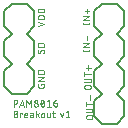
<source format=gbr>
G04 EAGLE Gerber RS-274X export*
G75*
%MOMM*%
%FSLAX34Y34*%
%LPD*%
%INSilkscreen Top*%
%IPPOS*%
%AMOC8*
5,1,8,0,0,1.08239X$1,22.5*%
G01*
%ADD10C,0.050800*%
%ADD11C,0.203200*%


D10*
X66548Y97395D02*
X72136Y97395D01*
X72136Y96774D02*
X72136Y98016D01*
X66548Y98016D02*
X66548Y96774D01*
X66548Y100415D02*
X72136Y100415D01*
X72136Y103519D02*
X66548Y100415D01*
X66548Y103519D02*
X72136Y103519D01*
X69963Y106139D02*
X69963Y109865D01*
X71826Y108002D02*
X68100Y108002D01*
X66548Y74535D02*
X72136Y74535D01*
X72136Y73914D02*
X72136Y75156D01*
X66548Y75156D02*
X66548Y73914D01*
X66548Y77555D02*
X72136Y77555D01*
X72136Y80659D02*
X66548Y77555D01*
X66548Y80659D02*
X72136Y80659D01*
X69963Y83279D02*
X69963Y87005D01*
X69370Y42164D02*
X71854Y42164D01*
X69370Y42164D02*
X69293Y42166D01*
X69215Y42172D01*
X69139Y42181D01*
X69062Y42195D01*
X68987Y42212D01*
X68913Y42233D01*
X68839Y42258D01*
X68767Y42286D01*
X68697Y42318D01*
X68628Y42353D01*
X68561Y42392D01*
X68496Y42434D01*
X68433Y42479D01*
X68372Y42527D01*
X68314Y42578D01*
X68259Y42632D01*
X68206Y42689D01*
X68157Y42748D01*
X68110Y42810D01*
X68066Y42874D01*
X68026Y42940D01*
X67989Y43008D01*
X67955Y43078D01*
X67925Y43149D01*
X67899Y43222D01*
X67876Y43296D01*
X67857Y43371D01*
X67842Y43446D01*
X67830Y43523D01*
X67822Y43600D01*
X67818Y43677D01*
X67818Y43755D01*
X67822Y43832D01*
X67830Y43909D01*
X67842Y43986D01*
X67857Y44061D01*
X67876Y44136D01*
X67899Y44210D01*
X67925Y44283D01*
X67955Y44354D01*
X67989Y44424D01*
X68026Y44492D01*
X68066Y44558D01*
X68110Y44622D01*
X68157Y44684D01*
X68206Y44743D01*
X68259Y44800D01*
X68314Y44854D01*
X68372Y44905D01*
X68433Y44953D01*
X68496Y44998D01*
X68561Y45040D01*
X68628Y45079D01*
X68697Y45114D01*
X68767Y45146D01*
X68839Y45174D01*
X68913Y45199D01*
X68987Y45220D01*
X69062Y45237D01*
X69139Y45251D01*
X69215Y45260D01*
X69293Y45266D01*
X69370Y45268D01*
X71854Y45268D01*
X71931Y45266D01*
X72009Y45260D01*
X72085Y45251D01*
X72162Y45237D01*
X72237Y45220D01*
X72311Y45199D01*
X72385Y45174D01*
X72457Y45146D01*
X72527Y45114D01*
X72596Y45079D01*
X72663Y45040D01*
X72728Y44998D01*
X72791Y44953D01*
X72852Y44905D01*
X72910Y44854D01*
X72965Y44800D01*
X73018Y44743D01*
X73067Y44684D01*
X73114Y44622D01*
X73158Y44558D01*
X73198Y44492D01*
X73235Y44424D01*
X73269Y44354D01*
X73299Y44283D01*
X73325Y44210D01*
X73348Y44136D01*
X73367Y44061D01*
X73382Y43986D01*
X73394Y43909D01*
X73402Y43832D01*
X73406Y43755D01*
X73406Y43677D01*
X73402Y43600D01*
X73394Y43523D01*
X73382Y43446D01*
X73367Y43371D01*
X73348Y43296D01*
X73325Y43222D01*
X73299Y43149D01*
X73269Y43078D01*
X73235Y43008D01*
X73198Y42940D01*
X73158Y42874D01*
X73114Y42810D01*
X73067Y42748D01*
X73018Y42689D01*
X72965Y42632D01*
X72910Y42578D01*
X72852Y42527D01*
X72791Y42479D01*
X72728Y42434D01*
X72663Y42392D01*
X72596Y42353D01*
X72527Y42318D01*
X72457Y42286D01*
X72385Y42258D01*
X72311Y42233D01*
X72237Y42212D01*
X72162Y42195D01*
X72085Y42181D01*
X72009Y42172D01*
X71931Y42166D01*
X71854Y42164D01*
X71854Y47833D02*
X67818Y47833D01*
X71854Y47833D02*
X71931Y47835D01*
X72009Y47841D01*
X72085Y47850D01*
X72162Y47864D01*
X72237Y47881D01*
X72311Y47902D01*
X72385Y47927D01*
X72457Y47955D01*
X72527Y47987D01*
X72596Y48022D01*
X72663Y48061D01*
X72728Y48103D01*
X72791Y48148D01*
X72852Y48196D01*
X72910Y48247D01*
X72965Y48301D01*
X73018Y48358D01*
X73067Y48417D01*
X73114Y48479D01*
X73158Y48543D01*
X73198Y48609D01*
X73235Y48677D01*
X73269Y48747D01*
X73299Y48818D01*
X73325Y48891D01*
X73348Y48965D01*
X73367Y49040D01*
X73382Y49115D01*
X73394Y49192D01*
X73402Y49269D01*
X73406Y49346D01*
X73406Y49424D01*
X73402Y49501D01*
X73394Y49578D01*
X73382Y49655D01*
X73367Y49730D01*
X73348Y49805D01*
X73325Y49879D01*
X73299Y49952D01*
X73269Y50023D01*
X73235Y50093D01*
X73198Y50161D01*
X73158Y50227D01*
X73114Y50291D01*
X73067Y50353D01*
X73018Y50412D01*
X72965Y50469D01*
X72910Y50523D01*
X72852Y50574D01*
X72791Y50622D01*
X72728Y50667D01*
X72663Y50709D01*
X72596Y50748D01*
X72527Y50783D01*
X72457Y50815D01*
X72385Y50843D01*
X72311Y50868D01*
X72237Y50889D01*
X72162Y50906D01*
X72085Y50920D01*
X72009Y50929D01*
X71931Y50935D01*
X71854Y50937D01*
X71854Y50938D02*
X67818Y50938D01*
X67818Y54689D02*
X73406Y54689D01*
X67818Y53137D02*
X67818Y56241D01*
X71233Y58313D02*
X71233Y62038D01*
X73096Y60175D02*
X69370Y60175D01*
X70640Y16764D02*
X73124Y16764D01*
X70640Y16764D02*
X70563Y16766D01*
X70485Y16772D01*
X70409Y16781D01*
X70332Y16795D01*
X70257Y16812D01*
X70183Y16833D01*
X70109Y16858D01*
X70037Y16886D01*
X69967Y16918D01*
X69898Y16953D01*
X69831Y16992D01*
X69766Y17034D01*
X69703Y17079D01*
X69642Y17127D01*
X69584Y17178D01*
X69529Y17232D01*
X69476Y17289D01*
X69427Y17348D01*
X69380Y17410D01*
X69336Y17474D01*
X69296Y17540D01*
X69259Y17608D01*
X69225Y17678D01*
X69195Y17749D01*
X69169Y17822D01*
X69146Y17896D01*
X69127Y17971D01*
X69112Y18046D01*
X69100Y18123D01*
X69092Y18200D01*
X69088Y18277D01*
X69088Y18355D01*
X69092Y18432D01*
X69100Y18509D01*
X69112Y18586D01*
X69127Y18661D01*
X69146Y18736D01*
X69169Y18810D01*
X69195Y18883D01*
X69225Y18954D01*
X69259Y19024D01*
X69296Y19092D01*
X69336Y19158D01*
X69380Y19222D01*
X69427Y19284D01*
X69476Y19343D01*
X69529Y19400D01*
X69584Y19454D01*
X69642Y19505D01*
X69703Y19553D01*
X69766Y19598D01*
X69831Y19640D01*
X69898Y19679D01*
X69967Y19714D01*
X70037Y19746D01*
X70109Y19774D01*
X70183Y19799D01*
X70257Y19820D01*
X70332Y19837D01*
X70409Y19851D01*
X70485Y19860D01*
X70563Y19866D01*
X70640Y19868D01*
X73124Y19868D01*
X73201Y19866D01*
X73279Y19860D01*
X73355Y19851D01*
X73432Y19837D01*
X73507Y19820D01*
X73581Y19799D01*
X73655Y19774D01*
X73727Y19746D01*
X73797Y19714D01*
X73866Y19679D01*
X73933Y19640D01*
X73998Y19598D01*
X74061Y19553D01*
X74122Y19505D01*
X74180Y19454D01*
X74235Y19400D01*
X74288Y19343D01*
X74337Y19284D01*
X74384Y19222D01*
X74428Y19158D01*
X74468Y19092D01*
X74505Y19024D01*
X74539Y18954D01*
X74569Y18883D01*
X74595Y18810D01*
X74618Y18736D01*
X74637Y18661D01*
X74652Y18586D01*
X74664Y18509D01*
X74672Y18432D01*
X74676Y18355D01*
X74676Y18277D01*
X74672Y18200D01*
X74664Y18123D01*
X74652Y18046D01*
X74637Y17971D01*
X74618Y17896D01*
X74595Y17822D01*
X74569Y17749D01*
X74539Y17678D01*
X74505Y17608D01*
X74468Y17540D01*
X74428Y17474D01*
X74384Y17410D01*
X74337Y17348D01*
X74288Y17289D01*
X74235Y17232D01*
X74180Y17178D01*
X74122Y17127D01*
X74061Y17079D01*
X73998Y17034D01*
X73933Y16992D01*
X73866Y16953D01*
X73797Y16918D01*
X73727Y16886D01*
X73655Y16858D01*
X73581Y16833D01*
X73507Y16812D01*
X73432Y16795D01*
X73355Y16781D01*
X73279Y16772D01*
X73201Y16766D01*
X73124Y16764D01*
X73124Y22433D02*
X69088Y22433D01*
X73124Y22433D02*
X73201Y22435D01*
X73279Y22441D01*
X73355Y22450D01*
X73432Y22464D01*
X73507Y22481D01*
X73581Y22502D01*
X73655Y22527D01*
X73727Y22555D01*
X73797Y22587D01*
X73866Y22622D01*
X73933Y22661D01*
X73998Y22703D01*
X74061Y22748D01*
X74122Y22796D01*
X74180Y22847D01*
X74235Y22901D01*
X74288Y22958D01*
X74337Y23017D01*
X74384Y23079D01*
X74428Y23143D01*
X74468Y23209D01*
X74505Y23277D01*
X74539Y23347D01*
X74569Y23418D01*
X74595Y23491D01*
X74618Y23565D01*
X74637Y23640D01*
X74652Y23715D01*
X74664Y23792D01*
X74672Y23869D01*
X74676Y23946D01*
X74676Y24024D01*
X74672Y24101D01*
X74664Y24178D01*
X74652Y24255D01*
X74637Y24330D01*
X74618Y24405D01*
X74595Y24479D01*
X74569Y24552D01*
X74539Y24623D01*
X74505Y24693D01*
X74468Y24761D01*
X74428Y24827D01*
X74384Y24891D01*
X74337Y24953D01*
X74288Y25012D01*
X74235Y25069D01*
X74180Y25123D01*
X74122Y25174D01*
X74061Y25222D01*
X73998Y25267D01*
X73933Y25309D01*
X73866Y25348D01*
X73797Y25383D01*
X73727Y25415D01*
X73655Y25443D01*
X73581Y25468D01*
X73507Y25489D01*
X73432Y25506D01*
X73355Y25520D01*
X73279Y25529D01*
X73201Y25535D01*
X73124Y25537D01*
X73124Y25538D02*
X69088Y25538D01*
X69088Y29289D02*
X74676Y29289D01*
X69088Y27737D02*
X69088Y30841D01*
X72503Y32913D02*
X72503Y36638D01*
X33782Y97162D02*
X28194Y95300D01*
X28194Y99025D02*
X33782Y97162D01*
X33782Y101279D02*
X28194Y101279D01*
X28194Y102832D01*
X28196Y102908D01*
X28201Y102984D01*
X28211Y103060D01*
X28224Y103135D01*
X28241Y103209D01*
X28261Y103283D01*
X28285Y103355D01*
X28312Y103426D01*
X28343Y103496D01*
X28377Y103564D01*
X28415Y103630D01*
X28456Y103694D01*
X28499Y103757D01*
X28546Y103817D01*
X28596Y103874D01*
X28649Y103929D01*
X28704Y103982D01*
X28761Y104032D01*
X28821Y104079D01*
X28884Y104122D01*
X28948Y104163D01*
X29014Y104201D01*
X29082Y104235D01*
X29152Y104266D01*
X29223Y104293D01*
X29296Y104317D01*
X29369Y104337D01*
X29443Y104354D01*
X29518Y104367D01*
X29594Y104377D01*
X29670Y104382D01*
X29746Y104384D01*
X32230Y104384D01*
X32306Y104382D01*
X32382Y104377D01*
X32458Y104367D01*
X32533Y104354D01*
X32607Y104337D01*
X32681Y104317D01*
X32753Y104293D01*
X32824Y104266D01*
X32894Y104235D01*
X32962Y104201D01*
X33028Y104163D01*
X33092Y104122D01*
X33155Y104079D01*
X33215Y104032D01*
X33272Y103982D01*
X33327Y103929D01*
X33380Y103874D01*
X33430Y103817D01*
X33477Y103757D01*
X33520Y103694D01*
X33561Y103630D01*
X33599Y103564D01*
X33633Y103496D01*
X33664Y103426D01*
X33691Y103355D01*
X33715Y103283D01*
X33735Y103209D01*
X33752Y103135D01*
X33765Y103060D01*
X33775Y102984D01*
X33780Y102908D01*
X33782Y102832D01*
X33782Y101279D01*
X33782Y107132D02*
X28194Y107132D01*
X28194Y108684D01*
X28196Y108760D01*
X28201Y108836D01*
X28211Y108912D01*
X28224Y108987D01*
X28241Y109061D01*
X28261Y109135D01*
X28285Y109207D01*
X28312Y109278D01*
X28343Y109348D01*
X28377Y109416D01*
X28415Y109482D01*
X28456Y109546D01*
X28499Y109609D01*
X28546Y109669D01*
X28596Y109726D01*
X28649Y109781D01*
X28704Y109834D01*
X28761Y109884D01*
X28821Y109931D01*
X28884Y109974D01*
X28948Y110015D01*
X29014Y110053D01*
X29082Y110087D01*
X29152Y110118D01*
X29223Y110145D01*
X29296Y110169D01*
X29369Y110189D01*
X29443Y110206D01*
X29518Y110219D01*
X29594Y110229D01*
X29670Y110234D01*
X29746Y110236D01*
X32230Y110236D01*
X32306Y110234D01*
X32382Y110229D01*
X32458Y110219D01*
X32533Y110206D01*
X32607Y110189D01*
X32681Y110169D01*
X32753Y110145D01*
X32824Y110118D01*
X32894Y110087D01*
X32962Y110053D01*
X33028Y110015D01*
X33092Y109974D01*
X33155Y109931D01*
X33215Y109884D01*
X33272Y109834D01*
X33327Y109781D01*
X33380Y109726D01*
X33430Y109669D01*
X33477Y109609D01*
X33520Y109546D01*
X33561Y109482D01*
X33599Y109416D01*
X33633Y109348D01*
X33664Y109278D01*
X33691Y109207D01*
X33715Y109135D01*
X33735Y109061D01*
X33752Y108987D01*
X33765Y108912D01*
X33775Y108836D01*
X33780Y108760D01*
X33782Y108684D01*
X33782Y107132D01*
X32540Y75540D02*
X32610Y75538D01*
X32679Y75532D01*
X32748Y75522D01*
X32816Y75509D01*
X32884Y75491D01*
X32950Y75470D01*
X33015Y75445D01*
X33079Y75417D01*
X33141Y75385D01*
X33201Y75350D01*
X33259Y75311D01*
X33314Y75269D01*
X33368Y75224D01*
X33418Y75176D01*
X33466Y75126D01*
X33511Y75072D01*
X33553Y75017D01*
X33592Y74959D01*
X33627Y74899D01*
X33659Y74837D01*
X33687Y74773D01*
X33712Y74708D01*
X33733Y74642D01*
X33751Y74574D01*
X33764Y74506D01*
X33774Y74437D01*
X33780Y74368D01*
X33782Y74298D01*
X33780Y74199D01*
X33775Y74101D01*
X33765Y74003D01*
X33752Y73905D01*
X33736Y73808D01*
X33716Y73711D01*
X33692Y73616D01*
X33664Y73521D01*
X33633Y73427D01*
X33599Y73335D01*
X33561Y73244D01*
X33520Y73154D01*
X33475Y73066D01*
X33427Y72980D01*
X33376Y72896D01*
X33322Y72814D01*
X33264Y72733D01*
X33204Y72655D01*
X33141Y72580D01*
X33075Y72506D01*
X33006Y72436D01*
X29436Y72590D02*
X29366Y72592D01*
X29297Y72598D01*
X29228Y72608D01*
X29160Y72621D01*
X29092Y72639D01*
X29026Y72660D01*
X28961Y72685D01*
X28897Y72713D01*
X28835Y72745D01*
X28775Y72780D01*
X28717Y72819D01*
X28662Y72861D01*
X28608Y72906D01*
X28558Y72954D01*
X28510Y73004D01*
X28465Y73058D01*
X28423Y73113D01*
X28384Y73171D01*
X28349Y73231D01*
X28317Y73293D01*
X28289Y73357D01*
X28264Y73422D01*
X28243Y73488D01*
X28225Y73556D01*
X28212Y73624D01*
X28202Y73693D01*
X28196Y73762D01*
X28194Y73832D01*
X28196Y73926D01*
X28202Y74019D01*
X28211Y74112D01*
X28224Y74205D01*
X28241Y74297D01*
X28261Y74388D01*
X28286Y74479D01*
X28313Y74568D01*
X28345Y74656D01*
X28380Y74743D01*
X28418Y74829D01*
X28460Y74912D01*
X28505Y74995D01*
X28553Y75075D01*
X28605Y75153D01*
X28660Y75229D01*
X30522Y73212D02*
X30486Y73153D01*
X30446Y73097D01*
X30403Y73043D01*
X30358Y72991D01*
X30309Y72942D01*
X30258Y72896D01*
X30205Y72853D01*
X30149Y72812D01*
X30091Y72775D01*
X30031Y72740D01*
X29970Y72710D01*
X29907Y72682D01*
X29842Y72658D01*
X29776Y72638D01*
X29709Y72621D01*
X29642Y72608D01*
X29574Y72599D01*
X29505Y72593D01*
X29436Y72591D01*
X31454Y74918D02*
X31490Y74977D01*
X31530Y75033D01*
X31573Y75087D01*
X31618Y75139D01*
X31667Y75188D01*
X31718Y75234D01*
X31771Y75277D01*
X31827Y75318D01*
X31885Y75355D01*
X31945Y75390D01*
X32006Y75420D01*
X32069Y75448D01*
X32134Y75472D01*
X32200Y75492D01*
X32267Y75509D01*
X32334Y75522D01*
X32402Y75531D01*
X32471Y75537D01*
X32540Y75539D01*
X31454Y74919D02*
X30522Y73211D01*
X28194Y77922D02*
X33782Y77922D01*
X28194Y77922D02*
X28194Y79474D01*
X28196Y79550D01*
X28201Y79626D01*
X28211Y79702D01*
X28224Y79777D01*
X28241Y79851D01*
X28261Y79925D01*
X28285Y79997D01*
X28312Y80068D01*
X28343Y80138D01*
X28377Y80206D01*
X28415Y80272D01*
X28456Y80336D01*
X28499Y80399D01*
X28546Y80459D01*
X28596Y80516D01*
X28649Y80571D01*
X28704Y80624D01*
X28761Y80674D01*
X28821Y80721D01*
X28884Y80764D01*
X28948Y80805D01*
X29014Y80843D01*
X29082Y80877D01*
X29152Y80908D01*
X29223Y80935D01*
X29296Y80959D01*
X29369Y80979D01*
X29443Y80996D01*
X29518Y81009D01*
X29594Y81019D01*
X29670Y81024D01*
X29746Y81026D01*
X32230Y81026D01*
X32306Y81024D01*
X32382Y81019D01*
X32458Y81009D01*
X32533Y80996D01*
X32607Y80979D01*
X32681Y80959D01*
X32753Y80935D01*
X32824Y80908D01*
X32894Y80877D01*
X32962Y80843D01*
X33028Y80805D01*
X33092Y80764D01*
X33155Y80721D01*
X33215Y80674D01*
X33272Y80624D01*
X33327Y80571D01*
X33380Y80516D01*
X33430Y80459D01*
X33477Y80399D01*
X33520Y80336D01*
X33561Y80272D01*
X33599Y80206D01*
X33633Y80138D01*
X33664Y80068D01*
X33691Y79997D01*
X33715Y79925D01*
X33735Y79851D01*
X33752Y79777D01*
X33765Y79702D01*
X33775Y79626D01*
X33780Y79550D01*
X33782Y79474D01*
X33782Y77922D01*
X30678Y46462D02*
X30678Y45530D01*
X30678Y46462D02*
X33782Y46462D01*
X33782Y44599D01*
X33780Y44529D01*
X33774Y44460D01*
X33764Y44391D01*
X33751Y44323D01*
X33733Y44255D01*
X33712Y44189D01*
X33687Y44124D01*
X33659Y44060D01*
X33627Y43998D01*
X33592Y43938D01*
X33553Y43880D01*
X33511Y43825D01*
X33466Y43771D01*
X33418Y43721D01*
X33368Y43673D01*
X33314Y43628D01*
X33259Y43586D01*
X33201Y43547D01*
X33141Y43512D01*
X33079Y43480D01*
X33015Y43452D01*
X32950Y43427D01*
X32884Y43406D01*
X32816Y43388D01*
X32748Y43375D01*
X32679Y43365D01*
X32610Y43359D01*
X32540Y43357D01*
X29436Y43357D01*
X29366Y43359D01*
X29297Y43365D01*
X29228Y43375D01*
X29160Y43388D01*
X29092Y43406D01*
X29026Y43427D01*
X28961Y43452D01*
X28897Y43480D01*
X28835Y43512D01*
X28775Y43547D01*
X28717Y43586D01*
X28662Y43628D01*
X28608Y43673D01*
X28558Y43721D01*
X28510Y43771D01*
X28465Y43825D01*
X28423Y43880D01*
X28384Y43938D01*
X28349Y43998D01*
X28317Y44060D01*
X28289Y44124D01*
X28264Y44189D01*
X28243Y44255D01*
X28225Y44323D01*
X28212Y44391D01*
X28202Y44460D01*
X28196Y44529D01*
X28194Y44599D01*
X28194Y46462D01*
X28194Y49209D02*
X33782Y49209D01*
X33782Y52314D02*
X28194Y49209D01*
X28194Y52314D02*
X33782Y52314D01*
X33782Y55062D02*
X28194Y55062D01*
X28194Y56614D01*
X28196Y56690D01*
X28201Y56766D01*
X28211Y56842D01*
X28224Y56917D01*
X28241Y56991D01*
X28261Y57065D01*
X28285Y57137D01*
X28312Y57208D01*
X28343Y57278D01*
X28377Y57346D01*
X28415Y57412D01*
X28456Y57476D01*
X28499Y57539D01*
X28546Y57599D01*
X28596Y57656D01*
X28649Y57711D01*
X28704Y57764D01*
X28761Y57814D01*
X28821Y57861D01*
X28884Y57904D01*
X28948Y57945D01*
X29014Y57983D01*
X29082Y58017D01*
X29152Y58048D01*
X29223Y58075D01*
X29296Y58099D01*
X29369Y58119D01*
X29443Y58136D01*
X29518Y58149D01*
X29594Y58159D01*
X29670Y58164D01*
X29746Y58166D01*
X32230Y58166D01*
X32306Y58164D01*
X32382Y58159D01*
X32458Y58149D01*
X32533Y58136D01*
X32607Y58119D01*
X32681Y58099D01*
X32753Y58075D01*
X32824Y58048D01*
X32894Y58017D01*
X32962Y57983D01*
X33028Y57945D01*
X33092Y57904D01*
X33155Y57861D01*
X33215Y57814D01*
X33272Y57764D01*
X33327Y57711D01*
X33380Y57656D01*
X33430Y57599D01*
X33477Y57539D01*
X33520Y57476D01*
X33561Y57412D01*
X33599Y57346D01*
X33633Y57278D01*
X33664Y57208D01*
X33691Y57137D01*
X33715Y57065D01*
X33735Y56991D01*
X33752Y56917D01*
X33765Y56842D01*
X33775Y56766D01*
X33780Y56690D01*
X33782Y56614D01*
X33782Y55062D01*
X7874Y32766D02*
X7874Y27178D01*
X7874Y32766D02*
X9426Y32766D01*
X9503Y32764D01*
X9581Y32758D01*
X9657Y32749D01*
X9734Y32735D01*
X9809Y32718D01*
X9883Y32697D01*
X9957Y32672D01*
X10029Y32644D01*
X10099Y32612D01*
X10168Y32577D01*
X10235Y32538D01*
X10300Y32496D01*
X10363Y32451D01*
X10424Y32403D01*
X10482Y32352D01*
X10537Y32298D01*
X10590Y32241D01*
X10639Y32182D01*
X10686Y32120D01*
X10730Y32056D01*
X10770Y31990D01*
X10807Y31922D01*
X10841Y31852D01*
X10871Y31781D01*
X10897Y31708D01*
X10920Y31634D01*
X10939Y31559D01*
X10954Y31484D01*
X10966Y31407D01*
X10974Y31330D01*
X10978Y31253D01*
X10978Y31175D01*
X10974Y31098D01*
X10966Y31021D01*
X10954Y30944D01*
X10939Y30869D01*
X10920Y30794D01*
X10897Y30720D01*
X10871Y30647D01*
X10841Y30576D01*
X10807Y30506D01*
X10770Y30438D01*
X10730Y30372D01*
X10686Y30308D01*
X10639Y30246D01*
X10590Y30187D01*
X10537Y30130D01*
X10482Y30076D01*
X10424Y30025D01*
X10363Y29977D01*
X10300Y29932D01*
X10235Y29890D01*
X10168Y29851D01*
X10099Y29816D01*
X10029Y29784D01*
X9957Y29756D01*
X9883Y29731D01*
X9809Y29710D01*
X9734Y29693D01*
X9657Y29679D01*
X9581Y29670D01*
X9503Y29664D01*
X9426Y29662D01*
X7874Y29662D01*
X12784Y27178D02*
X14647Y32766D01*
X16509Y27178D01*
X16044Y28575D02*
X13250Y28575D01*
X18819Y27178D02*
X18819Y32766D01*
X20682Y29662D01*
X22544Y32766D01*
X22544Y27178D01*
X25165Y28730D02*
X25167Y28807D01*
X25173Y28885D01*
X25182Y28961D01*
X25196Y29038D01*
X25213Y29113D01*
X25234Y29187D01*
X25259Y29261D01*
X25287Y29333D01*
X25319Y29403D01*
X25354Y29472D01*
X25393Y29539D01*
X25435Y29604D01*
X25480Y29667D01*
X25528Y29728D01*
X25579Y29786D01*
X25633Y29841D01*
X25690Y29894D01*
X25749Y29943D01*
X25811Y29990D01*
X25875Y30034D01*
X25941Y30074D01*
X26009Y30111D01*
X26079Y30145D01*
X26150Y30175D01*
X26223Y30201D01*
X26297Y30224D01*
X26372Y30243D01*
X26447Y30258D01*
X26524Y30270D01*
X26601Y30278D01*
X26678Y30282D01*
X26756Y30282D01*
X26833Y30278D01*
X26910Y30270D01*
X26987Y30258D01*
X27062Y30243D01*
X27137Y30224D01*
X27211Y30201D01*
X27284Y30175D01*
X27355Y30145D01*
X27425Y30111D01*
X27493Y30074D01*
X27559Y30034D01*
X27623Y29990D01*
X27685Y29943D01*
X27744Y29894D01*
X27801Y29841D01*
X27855Y29786D01*
X27906Y29728D01*
X27954Y29667D01*
X27999Y29604D01*
X28041Y29539D01*
X28080Y29472D01*
X28115Y29403D01*
X28147Y29333D01*
X28175Y29261D01*
X28200Y29187D01*
X28221Y29113D01*
X28238Y29038D01*
X28252Y28961D01*
X28261Y28885D01*
X28267Y28807D01*
X28269Y28730D01*
X28267Y28653D01*
X28261Y28575D01*
X28252Y28499D01*
X28238Y28422D01*
X28221Y28347D01*
X28200Y28273D01*
X28175Y28199D01*
X28147Y28127D01*
X28115Y28057D01*
X28080Y27988D01*
X28041Y27921D01*
X27999Y27856D01*
X27954Y27793D01*
X27906Y27732D01*
X27855Y27674D01*
X27801Y27619D01*
X27744Y27566D01*
X27685Y27517D01*
X27623Y27470D01*
X27559Y27426D01*
X27493Y27386D01*
X27425Y27349D01*
X27355Y27315D01*
X27284Y27285D01*
X27211Y27259D01*
X27137Y27236D01*
X27062Y27217D01*
X26987Y27202D01*
X26910Y27190D01*
X26833Y27182D01*
X26756Y27178D01*
X26678Y27178D01*
X26601Y27182D01*
X26524Y27190D01*
X26447Y27202D01*
X26372Y27217D01*
X26297Y27236D01*
X26223Y27259D01*
X26150Y27285D01*
X26079Y27315D01*
X26009Y27349D01*
X25941Y27386D01*
X25875Y27426D01*
X25811Y27470D01*
X25749Y27517D01*
X25690Y27566D01*
X25633Y27619D01*
X25579Y27674D01*
X25528Y27732D01*
X25480Y27793D01*
X25435Y27856D01*
X25393Y27921D01*
X25354Y27988D01*
X25319Y28057D01*
X25287Y28127D01*
X25259Y28199D01*
X25234Y28273D01*
X25213Y28347D01*
X25196Y28422D01*
X25182Y28499D01*
X25173Y28575D01*
X25167Y28653D01*
X25165Y28730D01*
X25475Y31524D02*
X25477Y31594D01*
X25483Y31663D01*
X25493Y31732D01*
X25506Y31800D01*
X25524Y31868D01*
X25545Y31934D01*
X25570Y31999D01*
X25598Y32063D01*
X25630Y32125D01*
X25665Y32185D01*
X25704Y32243D01*
X25746Y32298D01*
X25791Y32352D01*
X25839Y32402D01*
X25889Y32450D01*
X25943Y32495D01*
X25998Y32537D01*
X26056Y32576D01*
X26116Y32611D01*
X26178Y32643D01*
X26242Y32671D01*
X26307Y32696D01*
X26373Y32717D01*
X26441Y32735D01*
X26509Y32748D01*
X26578Y32758D01*
X26647Y32764D01*
X26717Y32766D01*
X26787Y32764D01*
X26856Y32758D01*
X26925Y32748D01*
X26993Y32735D01*
X27061Y32717D01*
X27127Y32696D01*
X27192Y32671D01*
X27256Y32643D01*
X27318Y32611D01*
X27378Y32576D01*
X27436Y32537D01*
X27491Y32495D01*
X27545Y32450D01*
X27595Y32402D01*
X27643Y32352D01*
X27688Y32298D01*
X27730Y32243D01*
X27769Y32185D01*
X27804Y32125D01*
X27836Y32063D01*
X27864Y31999D01*
X27889Y31934D01*
X27910Y31868D01*
X27928Y31800D01*
X27941Y31732D01*
X27951Y31663D01*
X27957Y31594D01*
X27959Y31524D01*
X27957Y31454D01*
X27951Y31385D01*
X27941Y31316D01*
X27928Y31248D01*
X27910Y31180D01*
X27889Y31114D01*
X27864Y31049D01*
X27836Y30985D01*
X27804Y30923D01*
X27769Y30863D01*
X27730Y30805D01*
X27688Y30750D01*
X27643Y30696D01*
X27595Y30646D01*
X27545Y30598D01*
X27491Y30553D01*
X27436Y30511D01*
X27378Y30472D01*
X27318Y30437D01*
X27256Y30405D01*
X27192Y30377D01*
X27127Y30352D01*
X27061Y30331D01*
X26993Y30313D01*
X26925Y30300D01*
X26856Y30290D01*
X26787Y30284D01*
X26717Y30282D01*
X26647Y30284D01*
X26578Y30290D01*
X26509Y30300D01*
X26441Y30313D01*
X26373Y30331D01*
X26307Y30352D01*
X26242Y30377D01*
X26178Y30405D01*
X26116Y30437D01*
X26056Y30472D01*
X25998Y30511D01*
X25943Y30553D01*
X25889Y30598D01*
X25839Y30646D01*
X25791Y30696D01*
X25746Y30750D01*
X25704Y30805D01*
X25665Y30863D01*
X25630Y30923D01*
X25598Y30985D01*
X25570Y31049D01*
X25545Y31114D01*
X25524Y31180D01*
X25506Y31248D01*
X25493Y31316D01*
X25483Y31385D01*
X25477Y31454D01*
X25475Y31524D01*
X30651Y29972D02*
X30653Y30103D01*
X30658Y30233D01*
X30668Y30363D01*
X30681Y30493D01*
X30697Y30623D01*
X30717Y30752D01*
X30741Y30880D01*
X30769Y31007D01*
X30800Y31134D01*
X30835Y31260D01*
X30873Y31385D01*
X30915Y31509D01*
X30960Y31631D01*
X31009Y31752D01*
X31061Y31872D01*
X31117Y31990D01*
X31116Y31990D02*
X31139Y32050D01*
X31165Y32110D01*
X31194Y32167D01*
X31227Y32223D01*
X31263Y32277D01*
X31301Y32329D01*
X31343Y32379D01*
X31387Y32426D01*
X31434Y32471D01*
X31484Y32513D01*
X31535Y32552D01*
X31589Y32588D01*
X31645Y32621D01*
X31702Y32651D01*
X31761Y32678D01*
X31822Y32701D01*
X31883Y32721D01*
X31946Y32737D01*
X32010Y32750D01*
X32074Y32759D01*
X32138Y32764D01*
X32203Y32766D01*
X32268Y32764D01*
X32332Y32759D01*
X32396Y32750D01*
X32460Y32737D01*
X32523Y32721D01*
X32584Y32701D01*
X32645Y32678D01*
X32704Y32651D01*
X32761Y32621D01*
X32817Y32588D01*
X32871Y32552D01*
X32922Y32513D01*
X32972Y32471D01*
X33019Y32426D01*
X33063Y32379D01*
X33105Y32329D01*
X33143Y32277D01*
X33179Y32223D01*
X33212Y32167D01*
X33241Y32110D01*
X33267Y32050D01*
X33290Y31990D01*
X33346Y31872D01*
X33398Y31752D01*
X33447Y31631D01*
X33492Y31509D01*
X33534Y31385D01*
X33572Y31260D01*
X33607Y31134D01*
X33638Y31008D01*
X33666Y30880D01*
X33690Y30752D01*
X33710Y30623D01*
X33726Y30493D01*
X33739Y30363D01*
X33749Y30233D01*
X33754Y30103D01*
X33756Y29972D01*
X30651Y29972D02*
X30653Y29841D01*
X30658Y29711D01*
X30668Y29581D01*
X30681Y29451D01*
X30697Y29321D01*
X30717Y29192D01*
X30741Y29064D01*
X30769Y28937D01*
X30800Y28810D01*
X30835Y28684D01*
X30873Y28559D01*
X30915Y28435D01*
X30960Y28313D01*
X31009Y28192D01*
X31061Y28072D01*
X31117Y27954D01*
X31116Y27954D02*
X31139Y27894D01*
X31165Y27834D01*
X31194Y27777D01*
X31227Y27721D01*
X31263Y27667D01*
X31301Y27615D01*
X31343Y27565D01*
X31387Y27518D01*
X31434Y27473D01*
X31484Y27431D01*
X31535Y27392D01*
X31589Y27356D01*
X31645Y27323D01*
X31702Y27293D01*
X31761Y27266D01*
X31822Y27243D01*
X31883Y27223D01*
X31946Y27207D01*
X32010Y27194D01*
X32074Y27185D01*
X32138Y27180D01*
X32203Y27178D01*
X33290Y27954D02*
X33346Y28072D01*
X33398Y28192D01*
X33447Y28313D01*
X33492Y28435D01*
X33534Y28559D01*
X33572Y28684D01*
X33607Y28810D01*
X33638Y28936D01*
X33666Y29064D01*
X33690Y29192D01*
X33710Y29321D01*
X33726Y29451D01*
X33739Y29581D01*
X33749Y29711D01*
X33754Y29841D01*
X33756Y29972D01*
X33290Y27954D02*
X33267Y27894D01*
X33241Y27834D01*
X33212Y27777D01*
X33179Y27721D01*
X33143Y27667D01*
X33105Y27615D01*
X33063Y27565D01*
X33019Y27518D01*
X32972Y27473D01*
X32922Y27431D01*
X32871Y27392D01*
X32817Y27356D01*
X32761Y27323D01*
X32704Y27293D01*
X32645Y27266D01*
X32584Y27243D01*
X32523Y27223D01*
X32460Y27207D01*
X32396Y27194D01*
X32332Y27185D01*
X32268Y27180D01*
X32203Y27178D01*
X30961Y28420D02*
X33445Y31524D01*
X36137Y31524D02*
X37690Y32766D01*
X37690Y27178D01*
X39242Y27178D02*
X36137Y27178D01*
X41624Y30282D02*
X43486Y30282D01*
X43486Y30283D02*
X43556Y30281D01*
X43625Y30275D01*
X43694Y30265D01*
X43762Y30252D01*
X43830Y30234D01*
X43896Y30213D01*
X43961Y30188D01*
X44025Y30160D01*
X44087Y30128D01*
X44147Y30093D01*
X44205Y30054D01*
X44260Y30012D01*
X44314Y29967D01*
X44364Y29919D01*
X44412Y29869D01*
X44457Y29815D01*
X44499Y29760D01*
X44538Y29702D01*
X44573Y29642D01*
X44605Y29580D01*
X44633Y29516D01*
X44658Y29451D01*
X44679Y29385D01*
X44697Y29317D01*
X44710Y29249D01*
X44720Y29180D01*
X44726Y29111D01*
X44728Y29041D01*
X44728Y28730D01*
X44726Y28653D01*
X44720Y28575D01*
X44711Y28499D01*
X44697Y28422D01*
X44680Y28347D01*
X44659Y28273D01*
X44634Y28199D01*
X44606Y28127D01*
X44574Y28057D01*
X44539Y27988D01*
X44500Y27921D01*
X44458Y27856D01*
X44413Y27793D01*
X44365Y27732D01*
X44314Y27674D01*
X44260Y27619D01*
X44203Y27566D01*
X44144Y27517D01*
X44082Y27470D01*
X44018Y27426D01*
X43952Y27386D01*
X43884Y27349D01*
X43814Y27315D01*
X43743Y27285D01*
X43670Y27259D01*
X43596Y27236D01*
X43521Y27217D01*
X43446Y27202D01*
X43369Y27190D01*
X43292Y27182D01*
X43215Y27178D01*
X43137Y27178D01*
X43060Y27182D01*
X42983Y27190D01*
X42906Y27202D01*
X42831Y27217D01*
X42756Y27236D01*
X42682Y27259D01*
X42609Y27285D01*
X42538Y27315D01*
X42468Y27349D01*
X42400Y27386D01*
X42334Y27426D01*
X42270Y27470D01*
X42208Y27517D01*
X42149Y27566D01*
X42092Y27619D01*
X42038Y27674D01*
X41987Y27732D01*
X41939Y27793D01*
X41894Y27856D01*
X41852Y27921D01*
X41813Y27988D01*
X41778Y28057D01*
X41746Y28127D01*
X41718Y28199D01*
X41693Y28273D01*
X41672Y28347D01*
X41655Y28422D01*
X41641Y28499D01*
X41632Y28575D01*
X41626Y28653D01*
X41624Y28730D01*
X41624Y30282D01*
X41623Y30282D02*
X41625Y30380D01*
X41631Y30477D01*
X41640Y30574D01*
X41654Y30671D01*
X41671Y30767D01*
X41692Y30862D01*
X41716Y30956D01*
X41745Y31050D01*
X41777Y31142D01*
X41812Y31233D01*
X41851Y31322D01*
X41894Y31410D01*
X41940Y31496D01*
X41989Y31580D01*
X42042Y31662D01*
X42097Y31742D01*
X42156Y31820D01*
X42218Y31895D01*
X42283Y31968D01*
X42351Y32038D01*
X42421Y32106D01*
X42494Y32171D01*
X42569Y32233D01*
X42647Y32292D01*
X42727Y32347D01*
X42809Y32400D01*
X42893Y32449D01*
X42979Y32495D01*
X43067Y32538D01*
X43156Y32577D01*
X43247Y32612D01*
X43339Y32644D01*
X43433Y32673D01*
X43527Y32697D01*
X43622Y32718D01*
X43718Y32735D01*
X43815Y32749D01*
X43912Y32758D01*
X44009Y32764D01*
X44107Y32766D01*
X9426Y21138D02*
X7874Y21138D01*
X9426Y21138D02*
X9503Y21136D01*
X9581Y21130D01*
X9657Y21121D01*
X9734Y21107D01*
X9809Y21090D01*
X9883Y21069D01*
X9957Y21044D01*
X10029Y21016D01*
X10099Y20984D01*
X10168Y20949D01*
X10235Y20910D01*
X10300Y20868D01*
X10363Y20823D01*
X10424Y20775D01*
X10482Y20724D01*
X10537Y20670D01*
X10590Y20613D01*
X10639Y20554D01*
X10686Y20492D01*
X10730Y20428D01*
X10770Y20362D01*
X10807Y20294D01*
X10841Y20224D01*
X10871Y20153D01*
X10897Y20080D01*
X10920Y20006D01*
X10939Y19931D01*
X10954Y19856D01*
X10966Y19779D01*
X10974Y19702D01*
X10978Y19625D01*
X10978Y19547D01*
X10974Y19470D01*
X10966Y19393D01*
X10954Y19316D01*
X10939Y19241D01*
X10920Y19166D01*
X10897Y19092D01*
X10871Y19019D01*
X10841Y18948D01*
X10807Y18878D01*
X10770Y18810D01*
X10730Y18744D01*
X10686Y18680D01*
X10639Y18618D01*
X10590Y18559D01*
X10537Y18502D01*
X10482Y18448D01*
X10424Y18397D01*
X10363Y18349D01*
X10300Y18304D01*
X10235Y18262D01*
X10168Y18223D01*
X10099Y18188D01*
X10029Y18156D01*
X9957Y18128D01*
X9883Y18103D01*
X9809Y18082D01*
X9734Y18065D01*
X9657Y18051D01*
X9581Y18042D01*
X9503Y18036D01*
X9426Y18034D01*
X7874Y18034D01*
X7874Y23622D01*
X9426Y23622D01*
X9496Y23620D01*
X9565Y23614D01*
X9634Y23604D01*
X9702Y23591D01*
X9770Y23573D01*
X9836Y23552D01*
X9901Y23527D01*
X9965Y23499D01*
X10027Y23467D01*
X10087Y23432D01*
X10145Y23393D01*
X10200Y23351D01*
X10254Y23306D01*
X10304Y23258D01*
X10352Y23208D01*
X10397Y23154D01*
X10439Y23099D01*
X10478Y23041D01*
X10513Y22981D01*
X10545Y22919D01*
X10573Y22855D01*
X10598Y22790D01*
X10619Y22724D01*
X10637Y22656D01*
X10650Y22588D01*
X10660Y22519D01*
X10666Y22450D01*
X10668Y22380D01*
X10666Y22310D01*
X10660Y22241D01*
X10650Y22172D01*
X10637Y22104D01*
X10619Y22036D01*
X10598Y21970D01*
X10573Y21905D01*
X10545Y21841D01*
X10513Y21779D01*
X10478Y21719D01*
X10439Y21661D01*
X10397Y21606D01*
X10352Y21552D01*
X10304Y21502D01*
X10254Y21454D01*
X10200Y21409D01*
X10145Y21367D01*
X10087Y21328D01*
X10027Y21293D01*
X9965Y21261D01*
X9901Y21233D01*
X9836Y21208D01*
X9770Y21187D01*
X9702Y21169D01*
X9634Y21156D01*
X9565Y21146D01*
X9496Y21140D01*
X9426Y21138D01*
X13255Y21759D02*
X13255Y18034D01*
X13255Y21759D02*
X15117Y21759D01*
X15117Y21138D01*
X17811Y18034D02*
X19363Y18034D01*
X17811Y18034D02*
X17753Y18036D01*
X17694Y18041D01*
X17637Y18050D01*
X17579Y18063D01*
X17523Y18080D01*
X17468Y18099D01*
X17415Y18123D01*
X17362Y18149D01*
X17312Y18179D01*
X17264Y18212D01*
X17218Y18248D01*
X17174Y18286D01*
X17132Y18328D01*
X17094Y18372D01*
X17058Y18418D01*
X17025Y18466D01*
X16995Y18516D01*
X16969Y18569D01*
X16945Y18622D01*
X16926Y18677D01*
X16909Y18733D01*
X16896Y18791D01*
X16887Y18848D01*
X16882Y18907D01*
X16880Y18965D01*
X16880Y20518D01*
X16879Y20518D02*
X16881Y20588D01*
X16887Y20657D01*
X16897Y20726D01*
X16910Y20794D01*
X16928Y20862D01*
X16949Y20928D01*
X16974Y20993D01*
X17002Y21057D01*
X17034Y21119D01*
X17069Y21179D01*
X17108Y21237D01*
X17150Y21292D01*
X17195Y21346D01*
X17243Y21396D01*
X17293Y21444D01*
X17347Y21489D01*
X17402Y21531D01*
X17460Y21570D01*
X17520Y21605D01*
X17582Y21637D01*
X17646Y21665D01*
X17711Y21690D01*
X17777Y21711D01*
X17845Y21729D01*
X17913Y21742D01*
X17982Y21752D01*
X18051Y21758D01*
X18121Y21760D01*
X18191Y21758D01*
X18260Y21752D01*
X18329Y21742D01*
X18397Y21729D01*
X18465Y21711D01*
X18531Y21690D01*
X18596Y21665D01*
X18660Y21637D01*
X18722Y21605D01*
X18782Y21570D01*
X18840Y21531D01*
X18895Y21489D01*
X18949Y21444D01*
X18999Y21396D01*
X19047Y21346D01*
X19092Y21292D01*
X19134Y21237D01*
X19173Y21179D01*
X19208Y21119D01*
X19240Y21057D01*
X19268Y20993D01*
X19293Y20928D01*
X19314Y20862D01*
X19332Y20794D01*
X19345Y20726D01*
X19355Y20657D01*
X19361Y20588D01*
X19363Y20518D01*
X19363Y19897D01*
X16880Y19897D01*
X22692Y20207D02*
X24089Y20207D01*
X22692Y20208D02*
X22628Y20206D01*
X22563Y20200D01*
X22500Y20191D01*
X22437Y20178D01*
X22375Y20161D01*
X22314Y20140D01*
X22254Y20116D01*
X22196Y20088D01*
X22139Y20057D01*
X22085Y20023D01*
X22032Y19985D01*
X21982Y19944D01*
X21935Y19901D01*
X21890Y19855D01*
X21848Y19806D01*
X21809Y19755D01*
X21773Y19701D01*
X21740Y19646D01*
X21711Y19588D01*
X21685Y19530D01*
X21662Y19469D01*
X21643Y19408D01*
X21628Y19345D01*
X21617Y19281D01*
X21609Y19218D01*
X21605Y19153D01*
X21605Y19089D01*
X21609Y19024D01*
X21617Y18961D01*
X21628Y18897D01*
X21643Y18834D01*
X21662Y18773D01*
X21685Y18712D01*
X21711Y18654D01*
X21740Y18596D01*
X21773Y18541D01*
X21809Y18487D01*
X21848Y18436D01*
X21890Y18387D01*
X21935Y18341D01*
X21982Y18298D01*
X22032Y18257D01*
X22085Y18219D01*
X22139Y18185D01*
X22196Y18154D01*
X22254Y18126D01*
X22314Y18102D01*
X22375Y18081D01*
X22437Y18064D01*
X22500Y18051D01*
X22563Y18042D01*
X22628Y18036D01*
X22692Y18034D01*
X24089Y18034D01*
X24089Y20828D01*
X24087Y20886D01*
X24082Y20945D01*
X24073Y21002D01*
X24060Y21060D01*
X24043Y21116D01*
X24024Y21171D01*
X24000Y21224D01*
X23974Y21277D01*
X23944Y21327D01*
X23911Y21375D01*
X23875Y21421D01*
X23837Y21465D01*
X23795Y21507D01*
X23751Y21545D01*
X23705Y21581D01*
X23657Y21614D01*
X23607Y21644D01*
X23554Y21670D01*
X23501Y21694D01*
X23446Y21713D01*
X23390Y21730D01*
X23332Y21743D01*
X23275Y21752D01*
X23216Y21757D01*
X23158Y21759D01*
X21916Y21759D01*
X26821Y23622D02*
X26821Y18034D01*
X26821Y19897D02*
X29305Y21759D01*
X27908Y20673D02*
X29305Y18034D01*
X31327Y19276D02*
X31327Y20518D01*
X31329Y20588D01*
X31335Y20657D01*
X31345Y20726D01*
X31358Y20794D01*
X31376Y20862D01*
X31397Y20928D01*
X31422Y20993D01*
X31450Y21057D01*
X31482Y21119D01*
X31517Y21179D01*
X31556Y21237D01*
X31598Y21292D01*
X31643Y21346D01*
X31691Y21396D01*
X31741Y21444D01*
X31795Y21489D01*
X31850Y21531D01*
X31908Y21570D01*
X31968Y21605D01*
X32030Y21637D01*
X32094Y21665D01*
X32159Y21690D01*
X32225Y21711D01*
X32293Y21729D01*
X32361Y21742D01*
X32430Y21752D01*
X32499Y21758D01*
X32569Y21760D01*
X32639Y21758D01*
X32708Y21752D01*
X32777Y21742D01*
X32845Y21729D01*
X32913Y21711D01*
X32979Y21690D01*
X33044Y21665D01*
X33108Y21637D01*
X33170Y21605D01*
X33230Y21570D01*
X33288Y21531D01*
X33343Y21489D01*
X33397Y21444D01*
X33447Y21396D01*
X33495Y21346D01*
X33540Y21292D01*
X33582Y21237D01*
X33621Y21179D01*
X33656Y21119D01*
X33688Y21057D01*
X33716Y20993D01*
X33741Y20928D01*
X33762Y20862D01*
X33780Y20794D01*
X33793Y20726D01*
X33803Y20657D01*
X33809Y20588D01*
X33811Y20518D01*
X33811Y19276D01*
X33809Y19206D01*
X33803Y19137D01*
X33793Y19068D01*
X33780Y19000D01*
X33762Y18932D01*
X33741Y18866D01*
X33716Y18801D01*
X33688Y18737D01*
X33656Y18675D01*
X33621Y18615D01*
X33582Y18557D01*
X33540Y18502D01*
X33495Y18448D01*
X33447Y18398D01*
X33397Y18350D01*
X33343Y18305D01*
X33288Y18263D01*
X33230Y18224D01*
X33170Y18189D01*
X33108Y18157D01*
X33044Y18129D01*
X32979Y18104D01*
X32913Y18083D01*
X32845Y18065D01*
X32777Y18052D01*
X32708Y18042D01*
X32639Y18036D01*
X32569Y18034D01*
X32499Y18036D01*
X32430Y18042D01*
X32361Y18052D01*
X32293Y18065D01*
X32225Y18083D01*
X32159Y18104D01*
X32094Y18129D01*
X32030Y18157D01*
X31968Y18189D01*
X31908Y18224D01*
X31850Y18263D01*
X31795Y18305D01*
X31741Y18350D01*
X31691Y18398D01*
X31643Y18448D01*
X31598Y18502D01*
X31556Y18557D01*
X31517Y18615D01*
X31482Y18675D01*
X31450Y18737D01*
X31422Y18801D01*
X31397Y18866D01*
X31376Y18932D01*
X31358Y19000D01*
X31345Y19068D01*
X31335Y19137D01*
X31329Y19206D01*
X31327Y19276D01*
X36265Y18965D02*
X36265Y21759D01*
X36265Y18965D02*
X36267Y18907D01*
X36272Y18848D01*
X36281Y18791D01*
X36294Y18733D01*
X36311Y18677D01*
X36330Y18622D01*
X36354Y18569D01*
X36380Y18516D01*
X36410Y18466D01*
X36443Y18418D01*
X36479Y18372D01*
X36517Y18328D01*
X36559Y18286D01*
X36603Y18248D01*
X36649Y18212D01*
X36697Y18179D01*
X36747Y18149D01*
X36800Y18123D01*
X36853Y18099D01*
X36908Y18080D01*
X36964Y18063D01*
X37022Y18050D01*
X37079Y18041D01*
X37138Y18036D01*
X37196Y18034D01*
X38748Y18034D01*
X38748Y21759D01*
X40736Y21759D02*
X42599Y21759D01*
X41357Y23622D02*
X41357Y18965D01*
X41359Y18907D01*
X41364Y18848D01*
X41373Y18791D01*
X41386Y18733D01*
X41403Y18677D01*
X41422Y18622D01*
X41446Y18569D01*
X41472Y18516D01*
X41502Y18466D01*
X41535Y18418D01*
X41571Y18372D01*
X41609Y18328D01*
X41651Y18286D01*
X41695Y18248D01*
X41741Y18212D01*
X41789Y18179D01*
X41840Y18149D01*
X41892Y18123D01*
X41945Y18099D01*
X42000Y18080D01*
X42056Y18063D01*
X42114Y18050D01*
X42171Y18041D01*
X42230Y18036D01*
X42288Y18034D01*
X42599Y18034D01*
X48662Y18034D02*
X47420Y21759D01*
X49904Y21759D02*
X48662Y18034D01*
X52048Y22380D02*
X53600Y23622D01*
X53600Y18034D01*
X52048Y18034D02*
X55152Y18034D01*
D11*
X101600Y19050D02*
X101600Y31750D01*
X101600Y19050D02*
X95250Y12700D01*
X82550Y12700D02*
X76200Y19050D01*
X101600Y57150D02*
X95250Y63500D01*
X101600Y57150D02*
X101600Y44450D01*
X95250Y38100D01*
X82550Y38100D02*
X76200Y44450D01*
X76200Y57150D01*
X82550Y63500D01*
X95250Y38100D02*
X101600Y31750D01*
X82550Y38100D02*
X76200Y31750D01*
X76200Y19050D01*
X101600Y95250D02*
X101600Y107950D01*
X101600Y95250D02*
X95250Y88900D01*
X82550Y88900D02*
X76200Y95250D01*
X95250Y88900D02*
X101600Y82550D01*
X101600Y69850D01*
X95250Y63500D01*
X82550Y63500D02*
X76200Y69850D01*
X76200Y82550D01*
X82550Y88900D01*
X82550Y114300D02*
X95250Y114300D01*
X101600Y107950D01*
X82550Y114300D02*
X76200Y107950D01*
X76200Y95250D01*
X82550Y12700D02*
X95250Y12700D01*
X25400Y57150D02*
X19050Y63500D01*
X25400Y57150D02*
X25400Y44450D01*
X19050Y38100D01*
X6350Y38100D02*
X0Y44450D01*
X0Y57150D01*
X6350Y63500D01*
X25400Y95250D02*
X25400Y107950D01*
X25400Y95250D02*
X19050Y88900D01*
X6350Y88900D02*
X0Y95250D01*
X19050Y88900D02*
X25400Y82550D01*
X25400Y69850D01*
X19050Y63500D01*
X6350Y63500D02*
X0Y69850D01*
X0Y82550D01*
X6350Y88900D01*
X6350Y114300D02*
X19050Y114300D01*
X25400Y107950D01*
X6350Y114300D02*
X0Y107950D01*
X0Y95250D01*
X6350Y38100D02*
X19050Y38100D01*
M02*

</source>
